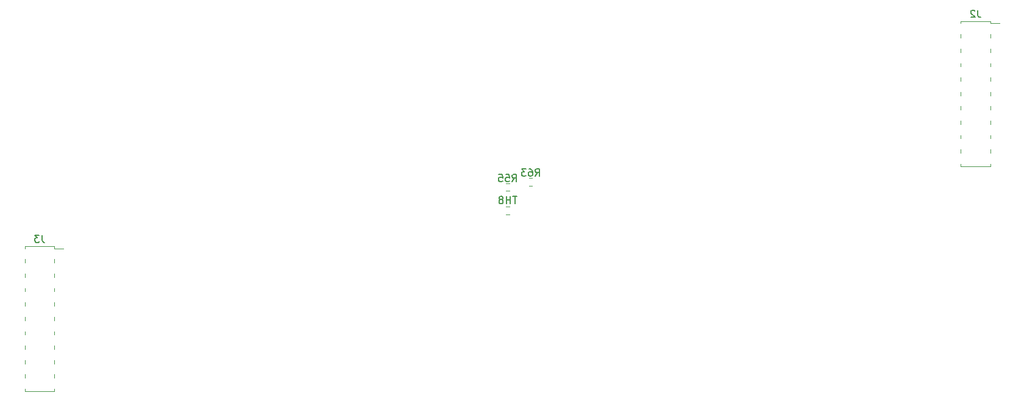
<source format=gbr>
%TF.GenerationSoftware,KiCad,Pcbnew,7.0.11-rc3*%
%TF.CreationDate,2025-03-16T23:24:32+08:00*%
%TF.ProjectId,BQ79616_BMS_14Ch,42513739-3631-4365-9f42-4d535f313443,V1.2*%
%TF.SameCoordinates,Original*%
%TF.FileFunction,Legend,Bot*%
%TF.FilePolarity,Positive*%
%FSLAX46Y46*%
G04 Gerber Fmt 4.6, Leading zero omitted, Abs format (unit mm)*
G04 Created by KiCad (PCBNEW 7.0.11-rc3) date 2025-03-16 23:24:32*
%MOMM*%
%LPD*%
G01*
G04 APERTURE LIST*
%ADD10C,0.150000*%
%ADD11C,0.120000*%
G04 APERTURE END LIST*
D10*
X215333333Y-67144819D02*
X215333333Y-67859104D01*
X215333333Y-67859104D02*
X215380952Y-68001961D01*
X215380952Y-68001961D02*
X215476190Y-68097200D01*
X215476190Y-68097200D02*
X215619047Y-68144819D01*
X215619047Y-68144819D02*
X215714285Y-68144819D01*
X214904761Y-67240057D02*
X214857142Y-67192438D01*
X214857142Y-67192438D02*
X214761904Y-67144819D01*
X214761904Y-67144819D02*
X214523809Y-67144819D01*
X214523809Y-67144819D02*
X214428571Y-67192438D01*
X214428571Y-67192438D02*
X214380952Y-67240057D01*
X214380952Y-67240057D02*
X214333333Y-67335295D01*
X214333333Y-67335295D02*
X214333333Y-67430533D01*
X214333333Y-67430533D02*
X214380952Y-67573390D01*
X214380952Y-67573390D02*
X214952380Y-68144819D01*
X214952380Y-68144819D02*
X214333333Y-68144819D01*
X151285713Y-93024819D02*
X150714285Y-93024819D01*
X150999999Y-94024819D02*
X150999999Y-93024819D01*
X150380951Y-94024819D02*
X150380951Y-93024819D01*
X150380951Y-93501009D02*
X149809523Y-93501009D01*
X149809523Y-94024819D02*
X149809523Y-93024819D01*
X149190475Y-93453390D02*
X149285713Y-93405771D01*
X149285713Y-93405771D02*
X149333332Y-93358152D01*
X149333332Y-93358152D02*
X149380951Y-93262914D01*
X149380951Y-93262914D02*
X149380951Y-93215295D01*
X149380951Y-93215295D02*
X149333332Y-93120057D01*
X149333332Y-93120057D02*
X149285713Y-93072438D01*
X149285713Y-93072438D02*
X149190475Y-93024819D01*
X149190475Y-93024819D02*
X148999999Y-93024819D01*
X148999999Y-93024819D02*
X148904761Y-93072438D01*
X148904761Y-93072438D02*
X148857142Y-93120057D01*
X148857142Y-93120057D02*
X148809523Y-93215295D01*
X148809523Y-93215295D02*
X148809523Y-93262914D01*
X148809523Y-93262914D02*
X148857142Y-93358152D01*
X148857142Y-93358152D02*
X148904761Y-93405771D01*
X148904761Y-93405771D02*
X148999999Y-93453390D01*
X148999999Y-93453390D02*
X149190475Y-93453390D01*
X149190475Y-93453390D02*
X149285713Y-93501009D01*
X149285713Y-93501009D02*
X149333332Y-93548628D01*
X149333332Y-93548628D02*
X149380951Y-93643866D01*
X149380951Y-93643866D02*
X149380951Y-93834342D01*
X149380951Y-93834342D02*
X149333332Y-93929580D01*
X149333332Y-93929580D02*
X149285713Y-93977200D01*
X149285713Y-93977200D02*
X149190475Y-94024819D01*
X149190475Y-94024819D02*
X148999999Y-94024819D01*
X148999999Y-94024819D02*
X148904761Y-93977200D01*
X148904761Y-93977200D02*
X148857142Y-93929580D01*
X148857142Y-93929580D02*
X148809523Y-93834342D01*
X148809523Y-93834342D02*
X148809523Y-93643866D01*
X148809523Y-93643866D02*
X148857142Y-93548628D01*
X148857142Y-93548628D02*
X148904761Y-93501009D01*
X148904761Y-93501009D02*
X148999999Y-93453390D01*
X150642857Y-90954819D02*
X150976190Y-90478628D01*
X151214285Y-90954819D02*
X151214285Y-89954819D01*
X151214285Y-89954819D02*
X150833333Y-89954819D01*
X150833333Y-89954819D02*
X150738095Y-90002438D01*
X150738095Y-90002438D02*
X150690476Y-90050057D01*
X150690476Y-90050057D02*
X150642857Y-90145295D01*
X150642857Y-90145295D02*
X150642857Y-90288152D01*
X150642857Y-90288152D02*
X150690476Y-90383390D01*
X150690476Y-90383390D02*
X150738095Y-90431009D01*
X150738095Y-90431009D02*
X150833333Y-90478628D01*
X150833333Y-90478628D02*
X151214285Y-90478628D01*
X149738095Y-89954819D02*
X150214285Y-89954819D01*
X150214285Y-89954819D02*
X150261904Y-90431009D01*
X150261904Y-90431009D02*
X150214285Y-90383390D01*
X150214285Y-90383390D02*
X150119047Y-90335771D01*
X150119047Y-90335771D02*
X149880952Y-90335771D01*
X149880952Y-90335771D02*
X149785714Y-90383390D01*
X149785714Y-90383390D02*
X149738095Y-90431009D01*
X149738095Y-90431009D02*
X149690476Y-90526247D01*
X149690476Y-90526247D02*
X149690476Y-90764342D01*
X149690476Y-90764342D02*
X149738095Y-90859580D01*
X149738095Y-90859580D02*
X149785714Y-90907200D01*
X149785714Y-90907200D02*
X149880952Y-90954819D01*
X149880952Y-90954819D02*
X150119047Y-90954819D01*
X150119047Y-90954819D02*
X150214285Y-90907200D01*
X150214285Y-90907200D02*
X150261904Y-90859580D01*
X148785714Y-89954819D02*
X149261904Y-89954819D01*
X149261904Y-89954819D02*
X149309523Y-90431009D01*
X149309523Y-90431009D02*
X149261904Y-90383390D01*
X149261904Y-90383390D02*
X149166666Y-90335771D01*
X149166666Y-90335771D02*
X148928571Y-90335771D01*
X148928571Y-90335771D02*
X148833333Y-90383390D01*
X148833333Y-90383390D02*
X148785714Y-90431009D01*
X148785714Y-90431009D02*
X148738095Y-90526247D01*
X148738095Y-90526247D02*
X148738095Y-90764342D01*
X148738095Y-90764342D02*
X148785714Y-90859580D01*
X148785714Y-90859580D02*
X148833333Y-90907200D01*
X148833333Y-90907200D02*
X148928571Y-90954819D01*
X148928571Y-90954819D02*
X149166666Y-90954819D01*
X149166666Y-90954819D02*
X149261904Y-90907200D01*
X149261904Y-90907200D02*
X149309523Y-90859580D01*
X153842857Y-90204819D02*
X154176190Y-89728628D01*
X154414285Y-90204819D02*
X154414285Y-89204819D01*
X154414285Y-89204819D02*
X154033333Y-89204819D01*
X154033333Y-89204819D02*
X153938095Y-89252438D01*
X153938095Y-89252438D02*
X153890476Y-89300057D01*
X153890476Y-89300057D02*
X153842857Y-89395295D01*
X153842857Y-89395295D02*
X153842857Y-89538152D01*
X153842857Y-89538152D02*
X153890476Y-89633390D01*
X153890476Y-89633390D02*
X153938095Y-89681009D01*
X153938095Y-89681009D02*
X154033333Y-89728628D01*
X154033333Y-89728628D02*
X154414285Y-89728628D01*
X152985714Y-89204819D02*
X153176190Y-89204819D01*
X153176190Y-89204819D02*
X153271428Y-89252438D01*
X153271428Y-89252438D02*
X153319047Y-89300057D01*
X153319047Y-89300057D02*
X153414285Y-89442914D01*
X153414285Y-89442914D02*
X153461904Y-89633390D01*
X153461904Y-89633390D02*
X153461904Y-90014342D01*
X153461904Y-90014342D02*
X153414285Y-90109580D01*
X153414285Y-90109580D02*
X153366666Y-90157200D01*
X153366666Y-90157200D02*
X153271428Y-90204819D01*
X153271428Y-90204819D02*
X153080952Y-90204819D01*
X153080952Y-90204819D02*
X152985714Y-90157200D01*
X152985714Y-90157200D02*
X152938095Y-90109580D01*
X152938095Y-90109580D02*
X152890476Y-90014342D01*
X152890476Y-90014342D02*
X152890476Y-89776247D01*
X152890476Y-89776247D02*
X152938095Y-89681009D01*
X152938095Y-89681009D02*
X152985714Y-89633390D01*
X152985714Y-89633390D02*
X153080952Y-89585771D01*
X153080952Y-89585771D02*
X153271428Y-89585771D01*
X153271428Y-89585771D02*
X153366666Y-89633390D01*
X153366666Y-89633390D02*
X153414285Y-89681009D01*
X153414285Y-89681009D02*
X153461904Y-89776247D01*
X152557142Y-89204819D02*
X151938095Y-89204819D01*
X151938095Y-89204819D02*
X152271428Y-89585771D01*
X152271428Y-89585771D02*
X152128571Y-89585771D01*
X152128571Y-89585771D02*
X152033333Y-89633390D01*
X152033333Y-89633390D02*
X151985714Y-89681009D01*
X151985714Y-89681009D02*
X151938095Y-89776247D01*
X151938095Y-89776247D02*
X151938095Y-90014342D01*
X151938095Y-90014342D02*
X151985714Y-90109580D01*
X151985714Y-90109580D02*
X152033333Y-90157200D01*
X152033333Y-90157200D02*
X152128571Y-90204819D01*
X152128571Y-90204819D02*
X152414285Y-90204819D01*
X152414285Y-90204819D02*
X152509523Y-90157200D01*
X152509523Y-90157200D02*
X152557142Y-90109580D01*
X85333333Y-98394819D02*
X85333333Y-99109104D01*
X85333333Y-99109104D02*
X85380952Y-99251961D01*
X85380952Y-99251961D02*
X85476190Y-99347200D01*
X85476190Y-99347200D02*
X85619047Y-99394819D01*
X85619047Y-99394819D02*
X85714285Y-99394819D01*
X84952380Y-98394819D02*
X84333333Y-98394819D01*
X84333333Y-98394819D02*
X84666666Y-98775771D01*
X84666666Y-98775771D02*
X84523809Y-98775771D01*
X84523809Y-98775771D02*
X84428571Y-98823390D01*
X84428571Y-98823390D02*
X84380952Y-98871009D01*
X84380952Y-98871009D02*
X84333333Y-98966247D01*
X84333333Y-98966247D02*
X84333333Y-99204342D01*
X84333333Y-99204342D02*
X84380952Y-99299580D01*
X84380952Y-99299580D02*
X84428571Y-99347200D01*
X84428571Y-99347200D02*
X84523809Y-99394819D01*
X84523809Y-99394819D02*
X84809523Y-99394819D01*
X84809523Y-99394819D02*
X84904761Y-99347200D01*
X84904761Y-99347200D02*
X84952380Y-99299580D01*
D11*
%TO.C,J2*%
X218315000Y-68990000D02*
X217060000Y-68990000D01*
X217060000Y-88810000D02*
X212940000Y-88810000D01*
X217060000Y-88510000D02*
X217060000Y-88810000D01*
X217060000Y-86510000D02*
X217060000Y-86990000D01*
X217060000Y-84510000D02*
X217060000Y-84990000D01*
X217060000Y-82510000D02*
X217060000Y-82990000D01*
X217060000Y-80510000D02*
X217060000Y-80990000D01*
X217060000Y-78510000D02*
X217060000Y-78990000D01*
X217060000Y-76510000D02*
X217060000Y-76990000D01*
X217060000Y-74510000D02*
X217060000Y-74990000D01*
X217060000Y-72510000D02*
X217060000Y-72990000D01*
X217060000Y-70510000D02*
X217060000Y-70990000D01*
X217060000Y-68690000D02*
X217060000Y-68990000D01*
X217060000Y-68690000D02*
X212940000Y-68690000D01*
X212940000Y-88510000D02*
X212940000Y-88810000D01*
X212940000Y-86510000D02*
X212940000Y-86990000D01*
X212940000Y-84510000D02*
X212940000Y-84990000D01*
X212940000Y-82510000D02*
X212940000Y-82990000D01*
X212940000Y-80510000D02*
X212940000Y-80990000D01*
X212940000Y-78510000D02*
X212940000Y-78990000D01*
X212940000Y-76510000D02*
X212940000Y-76990000D01*
X212940000Y-74510000D02*
X212940000Y-74990000D01*
X212940000Y-72510000D02*
X212940000Y-72990000D01*
X212940000Y-70510000D02*
X212940000Y-70990000D01*
X212940000Y-68690000D02*
X212940000Y-68990000D01*
%TO.C,TH8*%
X150237258Y-95522500D02*
X149762742Y-95522500D01*
X150237258Y-94477500D02*
X149762742Y-94477500D01*
%TO.C,R55*%
X149762742Y-91227500D02*
X150237258Y-91227500D01*
X149762742Y-92272500D02*
X150237258Y-92272500D01*
%TO.C,R63*%
X153437258Y-91522500D02*
X152962742Y-91522500D01*
X153437258Y-90477500D02*
X152962742Y-90477500D01*
%TO.C,J3*%
X88315000Y-100240000D02*
X87060000Y-100240000D01*
X87060000Y-120060000D02*
X82940000Y-120060000D01*
X87060000Y-119760000D02*
X87060000Y-120060000D01*
X87060000Y-117760000D02*
X87060000Y-118240000D01*
X87060000Y-115760000D02*
X87060000Y-116240000D01*
X87060000Y-113760000D02*
X87060000Y-114240000D01*
X87060000Y-111760000D02*
X87060000Y-112240000D01*
X87060000Y-109760000D02*
X87060000Y-110240000D01*
X87060000Y-107760000D02*
X87060000Y-108240000D01*
X87060000Y-105760000D02*
X87060000Y-106240000D01*
X87060000Y-103760000D02*
X87060000Y-104240000D01*
X87060000Y-101760000D02*
X87060000Y-102240000D01*
X87060000Y-99940000D02*
X87060000Y-100240000D01*
X87060000Y-99940000D02*
X82940000Y-99940000D01*
X82940000Y-119760000D02*
X82940000Y-120060000D01*
X82940000Y-117760000D02*
X82940000Y-118240000D01*
X82940000Y-115760000D02*
X82940000Y-116240000D01*
X82940000Y-113760000D02*
X82940000Y-114240000D01*
X82940000Y-111760000D02*
X82940000Y-112240000D01*
X82940000Y-109760000D02*
X82940000Y-110240000D01*
X82940000Y-107760000D02*
X82940000Y-108240000D01*
X82940000Y-105760000D02*
X82940000Y-106240000D01*
X82940000Y-103760000D02*
X82940000Y-104240000D01*
X82940000Y-101760000D02*
X82940000Y-102240000D01*
X82940000Y-99940000D02*
X82940000Y-100240000D01*
%TD*%
M02*

</source>
